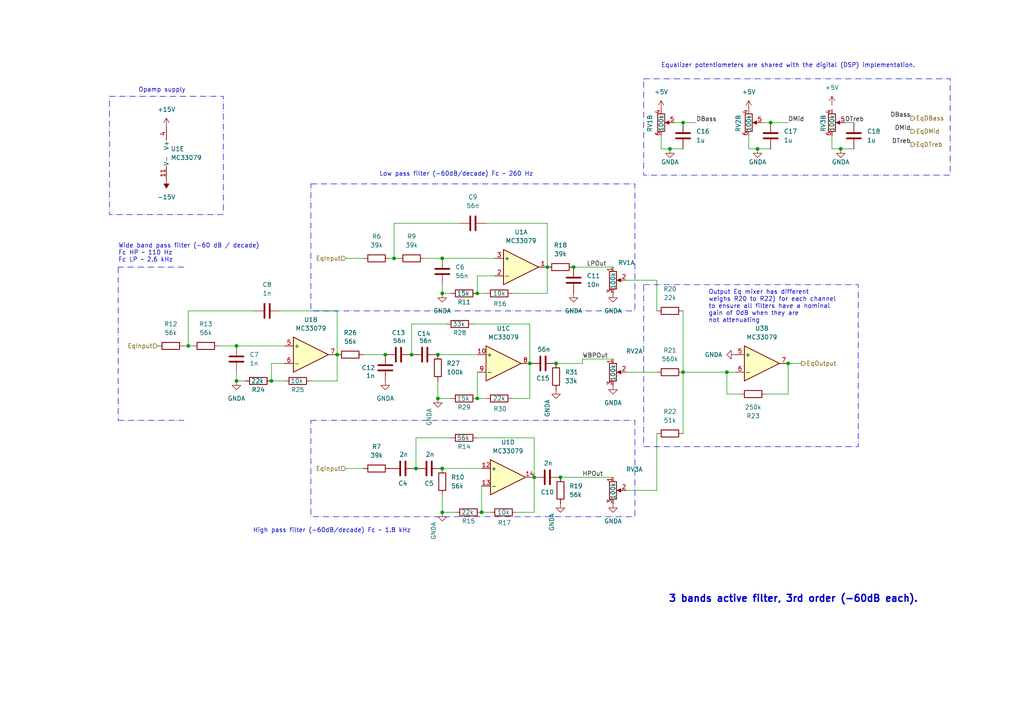
<source format=kicad_sch>
(kicad_sch (version 20231120) (generator "eeschema") (generator_version "8.0")
  (paper "A4")
  (lib_symbols
    (symbol "Amplifier_Operational:MC33079" (pin_names (offset 0.127))
      (property "Reference" "U" (at 0 5.08 0))
      (property "Value" "MC33079" (at 0 -5.08 0))
      (symbol "MC33079_1_1"
        (polyline (pts (xy -5.08 5.08) (xy 5.08 0) (xy -5.08 -5.08) (xy -5.08 5.08)) (stroke (width 0.254)) (fill (type background)))
        (pin output line (at 7.62 0 180) (length 2.54) (name "~") (number "1"))
        (pin input line (at -7.62 -2.54 0) (length 2.54) (name "-") (number "2"))
        (pin input line (at -7.62 2.54 0) (length 2.54) (name "+") (number "3"))
      )
      (symbol "MC33079_2_1"
        (polyline (pts (xy -5.08 5.08) (xy 5.08 0) (xy -5.08 -5.08) (xy -5.08 5.08)) (stroke (width 0.254)) (fill (type background)))
        (pin input line (at -7.62 2.54 0) (length 2.54) (name "+") (number "5"))
        (pin input line (at -7.62 -2.54 0) (length 2.54) (name "-") (number "6"))
        (pin output line (at 7.62 0 180) (length 2.54) (name "~") (number "7"))
      )
      (symbol "MC33079_3_1"
        (polyline (pts (xy -5.08 5.08) (xy 5.08 0) (xy -5.08 -5.08) (xy -5.08 5.08)) (stroke (width 0.254)) (fill (type background)))
        (pin input line (at -7.62 2.54 0) (length 2.54) (name "+") (number "10"))
        (pin output line (at 7.62 0 180) (length 2.54) (name "~") (number "8"))
        (pin input line (at -7.62 -2.54 0) (length 2.54) (name "-") (number "9"))
      )
      (symbol "MC33079_4_1"
        (polyline (pts (xy -5.08 5.08) (xy 5.08 0) (xy -5.08 -5.08) (xy -5.08 5.08)) (stroke (width 0.254)) (fill (type background)))
        (pin input line (at -7.62 2.54 0) (length 2.54) (name "+") (number "12"))
        (pin input line (at -7.62 -2.54 0) (length 2.54) (name "-") (number "13"))
        (pin output line (at 7.62 0 180) (length 2.54) (name "~") (number "14"))
      )
      (symbol "MC33079_5_1"
        (pin power_in line (at -2.54 -7.62 90) (length 3.81) (name "V-") (number "11"))
        (pin power_in line (at -2.54 7.62 270) (length 3.81) (name "V+") (number "4"))
      )
    )
    (symbol "Device:C" (pin_numbers hide) (pin_names (offset 0.254))
      (property "Reference" "C" (at 0.635 2.54 0))
      (property "Value" "C" (at 0.635 -2.54 0))
      (symbol "C_0_1"
        (polyline (pts (xy -2.032 -0.762) (xy 2.032 -0.762)) (stroke (width 0.508)))
        (polyline (pts (xy -2.032 0.762) (xy 2.032 0.762)) (stroke (width 0.508)))
      )
      (symbol "C_1_1"
        (pin passive line (at 0 3.81 270) (length 2.794) (name "~") (number "1"))
        (pin passive line (at 0 -3.81 90) (length 2.794) (name "~") (number "2"))
      )
    )
    (symbol "Device:R" (pin_numbers hide) (pin_names (offset 0))
      (property "Reference" "R" (at 2.032 0 90))
      (property "Value" "R" (at 0 0 90))
      (symbol "R_0_1"
        (rectangle (start -1.016 -2.54) (end 1.016 2.54) (stroke (width 0.254)))
      )
      (symbol "R_1_1"
        (pin passive line (at 0 3.81 270) (length 1.27) (name "~") (number "1"))
        (pin passive line (at 0 -3.81 90) (length 1.27) (name "~") (number "2"))
      )
    )
    (symbol "Device:R_Potentiometer_Dual_Separate" (pin_names (offset 1.016) hide)
      (property "Reference" "RV" (at -4.445 0 90))
      (property "Value" "R_Potentiometer_Dual_Separate" (at -2.54 0 90))
      (symbol "R_Potentiometer_Dual_Separate_0_1"
        (polyline (pts (xy 2.54 0) (xy 1.524 0)))
        (polyline (pts (xy 1.143 0) (xy 2.286 0.508) (xy 2.286 -0.508) (xy 1.143 0)) (fill (type outline)))
        (rectangle (start 1.016 2.54) (end -1.016 -2.54) (stroke (width 0.254)))
      )
      (symbol "R_Potentiometer_Dual_Separate_1_1"
        (pin passive line (at 0 3.81 270) (length 1.27) (name "1") (number "1"))
        (pin passive line (at 3.81 0 180) (length 1.27) (name "2") (number "2"))
        (pin passive line (at 0 -3.81 90) (length 1.27) (name "3") (number "3"))
      )
      (symbol "R_Potentiometer_Dual_Separate_2_1"
        (pin passive line (at 0 3.81 270) (length 1.27) (name "4") (number "4"))
        (pin passive line (at 3.81 0 180) (length 1.27) (name "5") (number "5"))
        (pin passive line (at 0 -3.81 90) (length 1.27) (name "6") (number "6"))
      )
    )
    (symbol "power:+15V" (power) (pin_numbers hide) (pin_names (offset 0) hide)
      (property "Value" "+15V" (at 0 3.556 0))
      (symbol "+15V_0_1"
        (polyline (pts (xy -0.762 1.27) (xy 0 2.54)))
        (polyline (pts (xy 0 0) (xy 0 2.54)))
        (polyline (pts (xy 0 2.54) (xy 0.762 1.27)))
      )
      (symbol "+15V_1_1"
        (pin power_in line (at 0 0 90) (length 0) (name "~") (number "1"))
      )
    )
    (symbol "power:+5V" (power) (pin_numbers hide) (pin_names (offset 0) hide)
      (property "Value" "+5V" (at 0 3.556 0))
      (symbol "+5V_0_1"
        (polyline (pts (xy -0.762 1.27) (xy 0 2.54)))
        (polyline (pts (xy 0 0) (xy 0 2.54)))
        (polyline (pts (xy 0 2.54) (xy 0.762 1.27)))
      )
      (symbol "+5V_1_1"
        (pin power_in line (at 0 0 90) (length 0) (name "~") (number "1"))
      )
    )
    (symbol "power:-15V" (power) (pin_numbers hide) (pin_names (offset 0) hide)
      (property "Value" "-15V" (at 0 3.556 0))
      (symbol "-15V_0_0"
        (pin power_in line (at 0 0 90) (length 0) (name "~") (number "1"))
      )
      (symbol "-15V_0_1"
        (polyline (pts (xy 0 0) (xy 0 1.27) (xy 0.762 1.27) (xy 0 2.54) (xy -0.762 1.27) (xy 0 1.27)) (fill (type outline)))
      )
    )
    (symbol "power:GNDA" (power) (pin_numbers hide) (pin_names (offset 0) hide)
      (property "Value" "GNDA" (at 0 -3.81 0))
      (symbol "GNDA_0_1"
        (polyline (pts (xy 0 0) (xy 0 -1.27) (xy 1.27 -1.27) (xy 0 -2.54) (xy -1.27 -1.27) (xy 0 -1.27)))
      )
      (symbol "GNDA_1_1"
        (pin power_in line (at 0 0 270) (length 0) (name "~") (number "1"))
      )
    )
  )
  (junction (at 139.7 148.59))
  (junction (at 194.31 43.18))
  (junction (at 68.58 110.49))
  (junction (at 128.27 148.59))
  (junction (at 128.27 74.93))
  (junction (at 223.52 35.56))
  (junction (at 210.82 107.95))
  (junction (at 243.84 43.18))
  (junction (at 153.67 105.41))
  (junction (at 162.56 138.43))
  (junction (at 127 102.87))
  (junction (at 97.79 102.87))
  (junction (at 111.76 102.87))
  (junction (at 198.12 107.95))
  (junction (at 128.27 85.09))
  (junction (at 161.29 105.41))
  (junction (at 127 115.57))
  (junction (at 119.38 102.87))
  (junction (at 154.94 138.43))
  (junction (at 138.43 115.57))
  (junction (at 198.12 35.56))
  (junction (at 68.58 100.33))
  (junction (at 138.43 85.09))
  (junction (at 228.6 105.41))
  (junction (at 166.37 77.47))
  (junction (at 158.75 77.47))
  (junction (at 120.65 135.89))
  (junction (at 54.61 100.33))
  (junction (at 114.3 74.93))
  (junction (at 78.74 110.49))
  (junction (at 128.27 135.89))
  (junction (at 219.71 43.18))
  (wire (pts (xy 123.19 74.93) (xy 128.27 74.93)))
  (wire (pts (xy 119.38 93.98) (xy 129.54 93.98)))
  (wire (pts (xy 68.58 107.95) (xy 68.58 110.49)))
  (wire (pts (xy 97.79 102.87) (xy 97.79 110.49)))
  (wire (pts (xy 241.3 43.18) (xy 243.84 43.18)))
  (wire (pts (xy 114.3 74.93) (xy 115.57 74.93)))
  (wire (pts (xy 217.17 43.18) (xy 219.71 43.18)))
  (wire (pts (xy 128.27 143.51) (xy 128.27 148.59)))
  (wire (pts (xy 127 110.49) (xy 127 115.57)))
  (wire (pts (xy 222.25 114.3) (xy 228.6 114.3)))
  (polyline (pts (xy 53.34 77.47) (xy 34.29 77.47)) (stroke (width 0) (type dash_dot)))
  (wire (pts (xy 54.61 90.17) (xy 73.66 90.17)))
  (wire (pts (xy 210.82 107.95) (xy 210.82 114.3)))
  (wire (pts (xy 162.56 138.43) (xy 177.8 138.43)))
  (wire (pts (xy 198.12 35.56) (xy 201.93 35.56)))
  (wire (pts (xy 54.61 100.33) (xy 55.88 100.33)))
  (wire (pts (xy 114.3 64.77) (xy 133.35 64.77)))
  (wire (pts (xy 168.91 105.41) (xy 168.91 104.14)))
  (polyline (pts (xy 34.29 77.47) (xy 34.29 121.92)) (stroke (width 0) (type dash_dot)))
  (wire (pts (xy 168.91 104.14) (xy 177.8 104.14)))
  (wire (pts (xy 158.75 64.77) (xy 158.75 77.47)))
  (wire (pts (xy 154.94 127) (xy 154.94 138.43)))
  (wire (pts (xy 153.67 105.41) (xy 153.67 115.57)))
  (wire (pts (xy 68.58 100.33) (xy 82.55 100.33)))
  (wire (pts (xy 228.6 114.3) (xy 228.6 105.41)))
  (wire (pts (xy 128.27 135.89) (xy 139.7 135.89)))
  (wire (pts (xy 114.3 74.93) (xy 114.3 64.77)))
  (wire (pts (xy 181.61 107.95) (xy 190.5 107.95)))
  (wire (pts (xy 81.28 90.17) (xy 97.79 90.17)))
  (wire (pts (xy 219.71 43.18) (xy 223.52 43.18)))
  (wire (pts (xy 128.27 148.59) (xy 132.08 148.59)))
  (wire (pts (xy 119.38 102.87) (xy 119.38 93.98)))
  (wire (pts (xy 128.27 82.55) (xy 128.27 85.09)))
  (wire (pts (xy 153.67 93.98) (xy 153.67 105.41)))
  (wire (pts (xy 241.3 39.37) (xy 241.3 43.18)))
  (wire (pts (xy 181.61 81.28) (xy 190.5 81.28)))
  (wire (pts (xy 198.12 90.17) (xy 198.12 107.95)))
  (wire (pts (xy 138.43 85.09) (xy 138.43 80.01)))
  (wire (pts (xy 191.77 43.18) (xy 194.31 43.18)))
  (wire (pts (xy 128.27 85.09) (xy 130.81 85.09)))
  (wire (pts (xy 68.58 110.49) (xy 71.12 110.49)))
  (wire (pts (xy 100.33 74.93) (xy 105.41 74.93)))
  (wire (pts (xy 78.74 105.41) (xy 82.55 105.41)))
  (wire (pts (xy 63.5 100.33) (xy 68.58 100.33)))
  (wire (pts (xy 100.33 135.89) (xy 105.41 135.89)))
  (wire (pts (xy 210.82 107.95) (xy 213.36 107.95)))
  (wire (pts (xy 154.94 138.43) (xy 154.94 148.59)))
  (wire (pts (xy 127 115.57) (xy 130.81 115.57)))
  (wire (pts (xy 78.74 110.49) (xy 82.55 110.49)))
  (wire (pts (xy 228.6 105.41) (xy 232.41 105.41)))
  (wire (pts (xy 90.17 110.49) (xy 97.79 110.49)))
  (wire (pts (xy 166.37 77.47) (xy 177.8 77.47)))
  (wire (pts (xy 128.27 74.93) (xy 143.51 74.93)))
  (wire (pts (xy 243.84 43.18) (xy 247.65 43.18)))
  (wire (pts (xy 120.65 135.89) (xy 120.65 127)))
  (wire (pts (xy 78.74 110.49) (xy 78.74 105.41)))
  (wire (pts (xy 223.52 35.56) (xy 228.6 35.56)))
  (wire (pts (xy 137.16 93.98) (xy 153.67 93.98)))
  (wire (pts (xy 138.43 80.01) (xy 143.51 80.01)))
  (wire (pts (xy 149.86 148.59) (xy 154.94 148.59)))
  (wire (pts (xy 127 102.87) (xy 138.43 102.87)))
  (wire (pts (xy 198.12 107.95) (xy 198.12 125.73)))
  (wire (pts (xy 139.7 148.59) (xy 142.24 148.59)))
  (wire (pts (xy 220.98 35.56) (xy 223.52 35.56)))
  (polyline (pts (xy 34.29 121.92) (xy 53.34 121.92)) (stroke (width 0) (type dash_dot)))
  (wire (pts (xy 138.43 115.57) (xy 140.97 115.57)))
  (wire (pts (xy 53.34 100.33) (xy 54.61 100.33)))
  (wire (pts (xy 194.31 43.18) (xy 198.12 43.18)))
  (wire (pts (xy 140.97 64.77) (xy 158.75 64.77)))
  (wire (pts (xy 138.43 127) (xy 154.94 127)))
  (wire (pts (xy 148.59 115.57) (xy 153.67 115.57)))
  (wire (pts (xy 139.7 140.97) (xy 139.7 148.59)))
  (wire (pts (xy 148.59 85.09) (xy 158.75 85.09)))
  (wire (pts (xy 198.12 107.95) (xy 210.82 107.95)))
  (wire (pts (xy 97.79 90.17) (xy 97.79 102.87)))
  (wire (pts (xy 190.5 142.24) (xy 190.5 125.73)))
  (wire (pts (xy 245.11 35.56) (xy 247.65 35.56)))
  (wire (pts (xy 210.82 114.3) (xy 214.63 114.3)))
  (wire (pts (xy 217.17 39.37) (xy 217.17 43.18)))
  (wire (pts (xy 158.75 85.09) (xy 158.75 77.47)))
  (wire (pts (xy 138.43 85.09) (xy 140.97 85.09)))
  (wire (pts (xy 105.41 102.87) (xy 111.76 102.87)))
  (wire (pts (xy 190.5 81.28) (xy 190.5 90.17)))
  (wire (pts (xy 120.65 127) (xy 130.81 127)))
  (wire (pts (xy 138.43 107.95) (xy 138.43 115.57)))
  (wire (pts (xy 161.29 105.41) (xy 168.91 105.41)))
  (wire (pts (xy 191.77 39.37) (xy 191.77 43.18)))
  (wire (pts (xy 54.61 100.33) (xy 54.61 90.17)))
  (wire (pts (xy 181.61 142.24) (xy 190.5 142.24)))
  (wire (pts (xy 195.58 35.56) (xy 198.12 35.56)))
  (wire (pts (xy 113.03 74.93) (xy 114.3 74.93)))
  (rectangle (start 90.17 53.34) (end 184.15 90.17) (stroke (width 0) (type dash_dot)))
  (rectangle (start 186.69 82.55) (end 248.92 129.54) (stroke (width 0) (type dash_dot)))
  (rectangle (start 31.75 27.94) (end 64.77 62.23) (stroke (width 0) (type dash_dot)))
  (rectangle (start 90.17 121.92) (end 184.15 149.86) (stroke (width 0) (type dash_dot)))
  (rectangle (start 186.69 22.86) (end 275.59 50.8) (stroke (width 0) (type dash_dot)))
  (text "Opamp supply" (at 46.99 26.162 0) (effects (font (size 1.27 1.27))))
  (text "High pass filter (-60dB/decade) Fc ~ 1.8 kHz" (at 96.266 153.924 0) (effects (font (size 1.27 1.27))))
  (text "3 bands active filter, 3rd order (-60dB each)." (at 230.124 173.736 0) (effects (font (size 2 2) (thickness 0.4) (bold yes))))
  (text "Wide band pass filter (-60 dB / decade)\nFc HP ~ 110 Hz\nFc LP ~ 2.6 kHz" (at 34.29 73.406 0) (effects (font (size 1.27 1.27)) (justify left)))
  (text "Low pass filter (-60dB/decade) Fc ~ 260 Hz" (at 132.334 50.546 0) (effects (font (size 1.27 1.27))))
  (text "Equalizer potentiometers are shared with the digital (DSP) implementation." (at 228.6 19.05 0) (effects (font (size 1.27 1.27))))
  (text "Output Eq mixer has different\nweighs R20 to R22) for each channel\nto ensure all filters have a nominal \ngain of 0dB when they are \nnot attenuating" (at 205.486 88.9 0) (effects (font (size 1.27 1.27)) (justify left)))
  (label "HPOut" (at 168.91 138.43 0))
  (label "DTreb" (at 264.16 41.91 180))
  (label "WBPOut" (at 168.91 104.14 0))
  (label "DBass" (at 201.93 35.56 0))
  (label "LPOut" (at 170.18 77.47 0))
  (label "DTreb" (at 245.11 35.56 0))
  (label "DMid" (at 264.16 38.1 180))
  (label "DMid" (at 228.6 35.56 0))
  (label "DBass" (at 264.16 34.29 180))
  (hierarchical_label "EqDTreb" (shape output) (at 264.16 41.91 0))
  (hierarchical_label "EqInput" (shape input) (at 45.72 100.33 180))
  (hierarchical_label "EqInput" (shape input) (at 100.33 135.89 180))
  (hierarchical_label "EqDBass" (shape output) (at 264.16 34.29 0))
  (hierarchical_label "EqDMid" (shape output) (at 264.16 38.1 0))
  (hierarchical_label "EqInput" (shape input) (at 100.33 74.93 180))
  (hierarchical_label "EqOutput" (shape output) (at 232.41 105.41 0))
  (symbol (lib_id "Device:R_Potentiometer_Dual_Separate") (at 177.8 81.28 0) (unit 1)
    (property "Reference" "RV1" (at 184.15 76.2 0) (effects (justify right)))
    (property "Value" "100k" (at 177.8 78.994 90) (effects (justify right)))
    (property "Description" "Dual potentiometer, separate units" (effects (hide yes)))
  )
  (symbol (lib_id "Device:C") (at 116.84 135.89 90) (unit 1)
    (property "Reference" "C4" (at 116.84 140.208 90))
    (property "Value" "2n" (at 117.094 131.826 90))
    (property "Description" "Unpolarized capacitor" (effects (hide yes)))
  )
  (symbol (lib_id "Device:C") (at 111.76 106.68 180) (unit 1)
    (property "Reference" "C12" (at 104.902 106.68 0) (effects (justify right)))
    (property "Value" "1n" (at 106.172 108.966 0) (effects (justify right)))
    (property "Description" "Unpolarized capacitor" (effects (hide yes)))
  )
  (symbol (lib_id "Device:C") (at 124.46 135.89 90) (unit 1)
    (property "Reference" "C5" (at 124.46 140.208 90))
    (property "Value" "2n" (at 124.714 131.826 90))
    (property "Description" "Unpolarized capacitor" (effects (hide yes)))
  )
  (symbol (lib_id "Device:C") (at 247.65 39.37 180) (unit 1)
    (property "Reference" "C18" (at 251.46 38.0999 0) (effects (justify right)))
    (property "Value" "1u" (at 251.46 40.6399 0) (effects (justify right)))
    (property "Description" "Unpolarized capacitor" (effects (hide yes)))
  )
  (symbol (lib_id "Device:R") (at 162.56 77.47 270) (unit 1)
    (property "Reference" "R18" (at 162.56 71.12 90))
    (property "Value" "39k" (at 162.56 73.66 90))
    (property "Description" "Resistor" (effects (hide yes)))
  )
  (symbol (lib_id "power:GNDA") (at 194.31 43.18 0) (unit 1)
    (property "Reference" "#PWR025" (effects (hide yes)))
    (property "Value" "GNDA" (at 194.31 46.99 0))
    (property "Description" "Power symbol creates a global label with name \"GNDA\" , analog ground" (effects (hide yes)))
  )
  (symbol (lib_id "Device:C") (at 166.37 81.28 180) (unit 1)
    (property "Reference" "C11" (at 170.18 80.0099 0) (effects (justify right)))
    (property "Value" "10n" (at 170.18 82.5499 0) (effects (justify right)))
    (property "Description" "Unpolarized capacitor" (effects (hide yes)))
  )
  (symbol (lib_id "power:GNDA") (at 177.8 111.76 0) (unit 1)
    (property "Reference" "#PWR013" (effects (hide yes)))
    (property "Value" "GNDA" (at 177.8 116.84 0))
    (property "Description" "Power symbol creates a global label with name \"GNDA\" , analog ground" (effects (hide yes)))
  )
  (symbol (lib_id "power:GNDA") (at 128.27 85.09 0) (unit 1)
    (property "Reference" "#PWR07" (effects (hide yes)))
    (property "Value" "GNDA" (at 128.27 90.17 0))
    (property "Description" "Power symbol creates a global label with name \"GNDA\" , analog ground" (effects (hide yes)))
  )
  (symbol (lib_id "Device:R") (at 146.05 148.59 270) (unit 1)
    (property "Reference" "R17" (at 146.304 151.638 90))
    (property "Value" "10k" (at 146.05 148.59 90))
    (property "Description" "Resistor" (effects (hide yes)))
  )
  (symbol (lib_id "power:GNDA") (at 243.84 43.18 0) (unit 1)
    (property "Reference" "#PWR024" (effects (hide yes)))
    (property "Value" "GNDA" (at 243.84 46.99 0))
    (property "Description" "Power symbol creates a global label with name \"GNDA\" , analog ground" (effects (hide yes)))
  )
  (symbol (lib_id "Device:C") (at 77.47 90.17 90) (unit 1)
    (property "Reference" "C8" (at 77.47 82.55 90))
    (property "Value" "1n" (at 77.47 85.09 90))
    (property "Description" "Unpolarized capacitor" (effects (hide yes)))
  )
  (symbol (lib_id "Device:R") (at 59.69 100.33 270) (unit 1)
    (property "Reference" "R13" (at 59.69 93.98 90))
    (property "Value" "56k" (at 59.69 96.52 90))
    (property "Description" "Resistor" (effects (hide yes)))
  )
  (symbol (lib_id "Device:R") (at 194.31 90.17 270) (unit 1)
    (property "Reference" "R20" (at 194.31 83.82 90))
    (property "Value" "22k" (at 194.31 86.36 90))
    (property "Description" "Resistor" (effects (hide yes)))
  )
  (symbol (lib_id "Device:R") (at 144.78 85.09 270) (unit 1)
    (property "Reference" "R16" (at 145.034 88.138 90))
    (property "Value" "10k" (at 144.78 85.09 90))
    (property "Description" "Resistor" (effects (hide yes)))
  )
  (symbol (lib_id "Amplifier_Operational:MC33079") (at 90.17 102.87 0) (unit 2)
    (property "Reference" "U1" (at 90.17 92.71 0))
    (property "Value" "MC33079" (at 90.17 95.25 0))
    (property "Datasheet" "https://www.onsemi.com/pub/Collateral/MC33078-D.PDF" (effects (hide yes)))
    (property "Description" "Low Noise, Quad Operational Amplifiers, DIP-14/SOIC-14" (effects (hide yes)))
  )
  (symbol (lib_id "power:-15V") (at 48.26 52.07 180) (unit 1)
    (property "Reference" "#PWR022" (effects (hide yes)))
    (property "Value" "-15V" (at 48.26 57.15 0))
    (property "Description" "Power symbol creates a global label with name \"-15V\"" (effects (hide yes)))
  )
  (symbol (lib_id "power:GNDA") (at 161.29 113.03 0) (unit 1)
    (property "Reference" "#PWR020" (effects (hide yes)))
    (property "Value" "GNDA" (at 158.75 115.824 90) (effects (justify right)))
    (property "Description" "Power symbol creates a global label with name \"GNDA\" , analog ground" (effects (hide yes)))
  )
  (symbol (lib_id "Device:R") (at 162.56 142.24 0) (unit 1)
    (property "Reference" "R19" (at 165.1 140.9699 0) (effects (justify left)))
    (property "Value" "56k" (at 165.1 143.5099 0) (effects (justify left)))
    (property "Description" "Resistor" (effects (hide yes)))
  )
  (symbol (lib_id "Device:R") (at 86.36 110.49 270) (unit 1)
    (property "Reference" "R25" (at 86.36 113.03 90))
    (property "Value" "10k" (at 86.106 110.49 90))
    (property "Description" "Resistor" (effects (hide yes)))
  )
  (symbol (lib_id "Device:R") (at 135.89 148.59 270) (unit 1)
    (property "Reference" "R15" (at 135.89 151.13 90))
    (property "Value" "22k" (at 135.636 148.59 90))
    (property "Description" "Resistor" (effects (hide yes)))
  )
  (symbol (lib_id "Amplifier_Operational:MC33079") (at 147.32 138.43 0) (unit 4)
    (property "Reference" "U1" (at 147.32 128.27 0))
    (property "Value" "MC33079" (at 147.32 130.81 0))
    (property "Datasheet" "https://www.onsemi.com/pub/Collateral/MC33078-D.PDF" (effects (hide yes)))
    (property "Description" "Low Noise, Quad Operational Amplifiers, DIP-14/SOIC-14" (effects (hide yes)))
  )
  (symbol (lib_id "Amplifier_Operational:MC33079") (at 151.13 77.47 0) (unit 1)
    (property "Reference" "U1" (at 151.13 67.31 0))
    (property "Value" "MC33079" (at 151.13 69.85 0))
    (property "Datasheet" "https://www.onsemi.com/pub/Collateral/MC33078-D.PDF" (effects (hide yes)))
    (property "Description" "Low Noise, Quad Operational Amplifiers, DIP-14/SOIC-14" (effects (hide yes)))
  )
  (symbol (lib_id "Device:R") (at 49.53 100.33 270) (unit 1)
    (property "Reference" "R12" (at 49.53 93.98 90))
    (property "Value" "56k" (at 49.53 96.52 90))
    (property "Description" "Resistor" (effects (hide yes)))
  )
  (symbol (lib_id "Device:R") (at 194.31 125.73 270) (unit 1)
    (property "Reference" "R22" (at 194.31 119.38 90))
    (property "Value" "51k" (at 194.31 121.92 90))
    (property "Description" "Resistor" (effects (hide yes)))
  )
  (symbol (lib_id "Device:R") (at 109.22 135.89 270) (unit 1)
    (property "Reference" "R7" (at 109.22 129.54 90))
    (property "Value" "39k" (at 109.22 132.08 90))
    (property "Description" "Resistor" (effects (hide yes)))
  )
  (symbol (lib_id "Device:C") (at 157.48 105.41 90) (unit 1)
    (property "Reference" "C15" (at 157.48 109.728 90))
    (property "Value" "56n" (at 157.734 101.346 90))
    (property "Description" "Unpolarized capacitor" (effects (hide yes)))
  )
  (symbol (lib_id "Device:R") (at 133.35 93.98 270) (unit 1)
    (property "Reference" "R28" (at 133.35 96.52 90))
    (property "Value" "33k" (at 133.096 93.98 90))
    (property "Description" "Resistor" (effects (hide yes)))
  )
  (symbol (lib_id "Device:R") (at 134.62 85.09 270) (unit 1)
    (property "Reference" "R11" (at 134.62 87.63 90))
    (property "Value" "15k" (at 134.366 85.09 90))
    (property "Description" "Resistor" (effects (hide yes)))
  )
  (symbol (lib_id "Device:C") (at 123.19 102.87 90) (unit 1)
    (property "Reference" "C14" (at 122.936 96.774 90))
    (property "Value" "56n" (at 123.444 98.806 90))
    (property "Description" "Unpolarized capacitor" (effects (hide yes)))
  )
  (symbol (lib_id "power:GNDA") (at 127 115.57 0) (unit 1)
    (property "Reference" "#PWR019" (effects (hide yes)))
    (property "Value" "GNDA" (at 124.46 118.364 90) (effects (justify right)))
    (property "Description" "Power symbol creates a global label with name \"GNDA\" , analog ground" (effects (hide yes)))
  )
  (symbol (lib_id "Device:R") (at 194.31 107.95 270) (unit 1)
    (property "Reference" "R21" (at 194.31 101.6 90))
    (property "Value" "560k" (at 194.31 104.14 90))
    (property "Description" "Resistor" (effects (hide yes)))
  )
  (symbol (lib_id "Device:C") (at 198.12 39.37 180) (unit 1)
    (property "Reference" "C16" (at 201.93 38.0999 0) (effects (justify right)))
    (property "Value" "1u" (at 201.93 40.6399 0) (effects (justify right)))
    (property "Description" "Unpolarized capacitor" (effects (hide yes)))
  )
  (symbol (lib_id "Device:R_Potentiometer_Dual_Separate") (at 217.17 35.56 0) (unit 2)
    (property "Reference" "RV2" (at 214.122 33.274 90) (effects (justify right)))
    (property "Value" "100k" (at 217.17 33.274 90) (effects (justify right)))
    (property "Description" "Dual potentiometer, separate units" (effects (hide yes)))
  )
  (symbol (lib_id "Device:R_Potentiometer_Dual_Separate") (at 191.77 35.56 0) (unit 2)
    (property "Reference" "RV1" (at 188.468 33.274 90) (effects (justify right)))
    (property "Value" "100k" (at 191.77 33.274 90) (effects (justify right)))
    (property "Description" "Dual potentiometer, separate units" (effects (hide yes)))
  )
  (symbol (lib_id "Device:R") (at 128.27 139.7 0) (unit 1)
    (property "Reference" "R10" (at 130.81 138.4299 0) (effects (justify left)))
    (property "Value" "56k" (at 130.81 140.9699 0) (effects (justify left)))
    (property "Description" "Resistor" (effects (hide yes)))
  )
  (symbol (lib_id "Device:R") (at 134.62 127 270) (unit 1)
    (property "Reference" "R14" (at 134.62 129.54 90))
    (property "Value" "56k" (at 134.366 127 90))
    (property "Description" "Resistor" (effects (hide yes)))
  )
  (symbol (lib_id "Device:R") (at 127 106.68 0) (unit 1)
    (property "Reference" "R27" (at 129.54 105.4099 0) (effects (justify left)))
    (property "Value" "100k" (at 129.54 107.9499 0) (effects (justify left)))
    (property "Description" "Resistor" (effects (hide yes)))
  )
  (symbol (lib_id "Device:C") (at 137.16 64.77 90) (unit 1)
    (property "Reference" "C9" (at 137.16 57.15 90))
    (property "Value" "56n" (at 137.16 59.69 90))
    (property "Description" "Unpolarized capacitor" (effects (hide yes)))
  )
  (symbol (lib_id "Device:R_Potentiometer_Dual_Separate") (at 177.8 142.24 0) (unit 1)
    (property "Reference" "RV3" (at 186.436 136.144 0) (effects (justify right)))
    (property "Value" "100k" (at 177.8 139.954 90) (effects (justify right)))
    (property "Description" "Dual potentiometer, separate units" (effects (hide yes)))
  )
  (symbol (lib_id "Device:C") (at 68.58 104.14 0) (unit 1)
    (property "Reference" "C7" (at 72.39 102.8699 0) (effects (justify left)))
    (property "Value" "1n" (at 72.39 105.4099 0) (effects (justify left)))
    (property "Description" "Unpolarized capacitor" (effects (hide yes)))
  )
  (symbol (lib_id "power:+5V") (at 191.77 31.75 0) (unit 1)
    (property "Reference" "#PWR023" (effects (hide yes)))
    (property "Value" "+5V" (at 191.77 26.67 0))
    (property "Description" "Power symbol creates a global label with name \"+5V\"" (effects (hide yes)))
  )
  (symbol (lib_id "Device:R") (at 119.38 74.93 270) (unit 1)
    (property "Reference" "R9" (at 119.38 68.58 90))
    (property "Value" "39k" (at 119.38 71.12 90))
    (property "Description" "Resistor" (effects (hide yes)))
  )
  (symbol (lib_id "power:GNDA") (at 162.56 146.05 0) (unit 1)
    (property "Reference" "#PWR010" (effects (hide yes)))
    (property "Value" "GNDA" (at 160.02 148.844 90) (effects (justify right)))
    (property "Description" "Power symbol creates a global label with name \"GNDA\" , analog ground" (effects (hide yes)))
  )
  (symbol (lib_id "Amplifier_Operational:MC33079") (at 220.98 105.41 0) (unit 2)
    (property "Reference" "U3" (at 220.98 95.25 0))
    (property "Value" "MC33079" (at 220.98 97.79 0))
    (property "Datasheet" "https://www.onsemi.com/pub/Collateral/MC33078-D.PDF" (effects (hide yes)))
    (property "Description" "Low Noise, Quad Operational Amplifiers, DIP-14/SOIC-14" (effects (hide yes)))
  )
  (symbol (lib_id "Device:R") (at 144.78 115.57 270) (unit 1)
    (property "Reference" "R30" (at 145.034 118.618 90))
    (property "Value" "22k" (at 144.78 115.57 90))
    (property "Description" "Resistor" (effects (hide yes)))
  )
  (symbol (lib_id "power:GNDA") (at 177.8 85.09 0) (unit 1)
    (property "Reference" "#PWR012" (effects (hide yes)))
    (property "Value" "GNDA" (at 177.8 90.17 0))
    (property "Description" "Power symbol creates a global label with name \"GNDA\" , analog ground" (effects (hide yes)))
  )
  (symbol (lib_id "power:+15V") (at 48.26 36.83 0) (unit 1)
    (property "Reference" "#PWR021" (effects (hide yes)))
    (property "Value" "+15V" (at 48.26 31.75 0))
    (property "Description" "Power symbol creates a global label with name \"+15V\"" (effects (hide yes)))
  )
  (symbol (lib_id "power:GNDA") (at 128.27 148.59 0) (unit 1)
    (property "Reference" "#PWR08" (effects (hide yes)))
    (property "Value" "GNDA" (at 125.73 151.384 90) (effects (justify right)))
    (property "Description" "Power symbol creates a global label with name \"GNDA\" , analog ground" (effects (hide yes)))
  )
  (symbol (lib_id "power:+5V") (at 241.3 30.48 0) (unit 1)
    (property "Reference" "#PWR026" (effects (hide yes)))
    (property "Value" "+5V" (at 241.3 25.4 0))
    (property "Description" "Power symbol creates a global label with name \"+5V\"" (effects (hide yes)))
  )
  (symbol (lib_id "power:+5V") (at 217.17 31.75 0) (unit 1)
    (property "Reference" "#PWR016" (effects (hide yes)))
    (property "Value" "+5V" (at 217.17 26.67 0))
    (property "Description" "Power symbol creates a global label with name \"+5V\"" (effects (hide yes)))
  )
  (symbol (lib_id "power:GNDA") (at 68.58 110.49 0) (unit 1)
    (property "Reference" "#PWR09" (effects (hide yes)))
    (property "Value" "GNDA" (at 68.58 115.57 0))
    (property "Description" "Power symbol creates a global label with name \"GNDA\" , analog ground" (effects (hide yes)))
  )
  (symbol (lib_id "Device:R") (at 101.6 102.87 270) (unit 1)
    (property "Reference" "R26" (at 101.6 96.52 90))
    (property "Value" "56k" (at 101.6 99.06 90))
    (property "Description" "Resistor" (effects (hide yes)))
  )
  (symbol (lib_id "Device:C") (at 223.52 39.37 180) (unit 1)
    (property "Reference" "C17" (at 227.33 38.0999 0) (effects (justify right)))
    (property "Value" "1u" (at 227.33 40.6399 0) (effects (justify right)))
    (property "Description" "Unpolarized capacitor" (effects (hide yes)))
  )
  (symbol (lib_id "power:GNDA") (at 213.36 102.87 270) (unit 1)
    (property "Reference" "#PWR015" (effects (hide yes)))
    (property "Value" "GNDA" (at 209.55 102.8699 90) (effects (justify right)))
    (property "Description" "Power symbol creates a global label with name \"GNDA\" , analog ground" (effects (hide yes)))
  )
  (symbol (lib_id "power:GNDA") (at 111.76 110.49 0) (unit 1)
    (property "Reference" "#PWR018" (effects (hide yes)))
    (property "Value" "GNDA" (at 111.76 115.57 0))
    (property "Description" "Power symbol creates a global label with name \"GNDA\" , analog ground" (effects (hide yes)))
  )
  (symbol (lib_id "Device:R") (at 161.29 109.22 0) (unit 1)
    (property "Reference" "R31" (at 163.83 107.9499 0) (effects (justify left)))
    (property "Value" "33k" (at 163.83 110.4899 0) (effects (justify left)))
    (property "Description" "Resistor" (effects (hide yes)))
  )
  (symbol (lib_id "Device:R") (at 134.62 115.57 270) (unit 1)
    (property "Reference" "R29" (at 134.62 118.11 90))
    (property "Value" "15k" (at 134.366 115.57 90))
    (property "Description" "Resistor" (effects (hide yes)))
  )
  (symbol (lib_id "Device:R_Potentiometer_Dual_Separate") (at 241.3 35.56 0) (unit 2)
    (property "Reference" "RV3" (at 238.76 33.274 90) (effects (justify right)))
    (property "Value" "100k" (at 241.3 33.274 90) (effects (justify right)))
    (property "Description" "Dual potentiometer, separate units" (effects (hide yes)))
  )
  (symbol (lib_id "Device:R") (at 74.93 110.49 270) (unit 1)
    (property "Reference" "R24" (at 74.93 113.03 90))
    (property "Value" "22k" (at 74.676 110.49 90))
    (property "Description" "Resistor" (effects (hide yes)))
  )
  (symbol (lib_id "Amplifier_Operational:MC33079") (at 50.8 44.45 0) (unit 5)
    (property "Reference" "U1" (at 49.53 43.1799 0) (effects (justify left)))
    (property "Value" "MC33079" (at 49.53 45.7199 0) (effects (justify left)))
    (property "Datasheet" "https://www.onsemi.com/pub/Collateral/MC33078-D.PDF" (effects (hide yes)))
    (property "Description" "Low Noise, Quad Operational Amplifiers, DIP-14/SOIC-14" (effects (hide yes)))
  )
  (symbol (lib_id "Device:C") (at 158.75 138.43 90) (unit 1)
    (property "Reference" "C10" (at 158.75 142.748 90))
    (property "Value" "2n" (at 159.004 134.366 90))
    (property "Description" "Unpolarized capacitor" (effects (hide yes)))
  )
  (symbol (lib_id "Device:C") (at 115.57 102.87 90) (unit 1)
    (property "Reference" "C13" (at 115.57 96.52 90))
    (property "Value" "56n" (at 115.824 98.806 90))
    (property "Description" "Unpolarized capacitor" (effects (hide yes)))
  )
  (symbol (lib_id "power:GNDA") (at 219.71 43.18 0) (unit 1)
    (property "Reference" "#PWR017" (effects (hide yes)))
    (property "Value" "GNDA" (at 219.71 46.99 0))
    (property "Description" "Power symbol creates a global label with name \"GNDA\" , analog ground" (effects (hide yes)))
  )
  (symbol (lib_id "Amplifier_Operational:MC33079") (at 146.05 105.41 0) (unit 3)
    (property "Reference" "U1" (at 146.05 95.25 0))
    (property "Value" "MC33079" (at 146.05 97.79 0))
    (property "Datasheet" "https://www.onsemi.com/pub/Collateral/MC33078-D.PDF" (effects (hide yes)))
    (property "Description" "Low Noise, Quad Operational Amplifiers, DIP-14/SOIC-14" (effects (hide yes)))
  )
  (symbol (lib_id "Device:R") (at 109.22 74.93 270) (unit 1)
    (property "Reference" "R6" (at 109.22 68.58 90))
    (property "Value" "39k" (at 109.22 71.12 90))
    (property "Description" "Resistor" (effects (hide yes)))
  )
  (symbol (lib_id "Device:R") (at 218.44 114.3 270) (unit 1)
    (property "Reference" "R23" (at 218.44 120.65 90))
    (property "Value" "250k" (at 218.44 118.11 90))
    (property "Description" "Resistor" (effects (hide yes)))
  )
  (symbol (lib_id "Device:R_Potentiometer_Dual_Separate") (at 177.8 107.95 0) (unit 1)
    (property "Reference" "RV2" (at 186.436 101.854 0) (effects (justify right)))
    (property "Value" "100k" (at 177.8 105.664 90) (effects (justify right)))
    (property "Description" "Dual potentiometer, separate units" (effects (hide yes)))
  )
  (symbol (lib_id "power:GNDA") (at 177.8 146.05 0) (unit 1)
    (property "Reference" "#PWR014" (effects (hide yes)))
    (property "Value" "GNDA" (at 177.8 151.13 0))
    (property "Description" "Power symbol creates a global label with name \"GNDA\" , analog ground" (effects (hide yes)))
  )
  (symbol (lib_id "Device:C") (at 128.27 78.74 0) (unit 1)
    (property "Reference" "C6" (at 132.08 77.4699 0) (effects (justify left)))
    (property "Value" "56n" (at 132.08 80.0099 0) (effects (justify left)))
    (property "Description" "Unpolarized capacitor" (effects (hide yes)))
  )
  (symbol (lib_id "power:GNDA") (at 166.37 85.09 0) (unit 1)
    (property "Reference" "#PWR011" (effects (hide yes)))
    (property "Value" "GNDA" (at 166.37 90.17 0))
    (property "Description" "Power symbol creates a global label with name \"GNDA\" , analog ground" (effects (hide yes)))
  )
)
</source>
